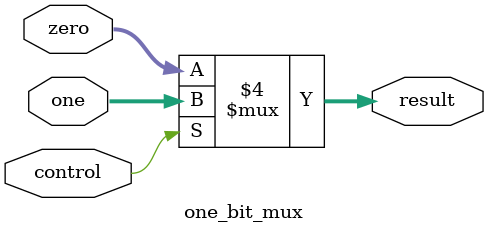
<source format=v>

module one_bit_mux(
	input wire control,
	input wire [31:0]zero,
	input wire [31:0]one,
	
	output reg [31:0]result);
	
	//integer sel = control;
	
	always 
		begin
			if (control == 0) begin
				result = zero;
			end
			
			else begin
				result = one;
			end
		end
endmodule

</source>
